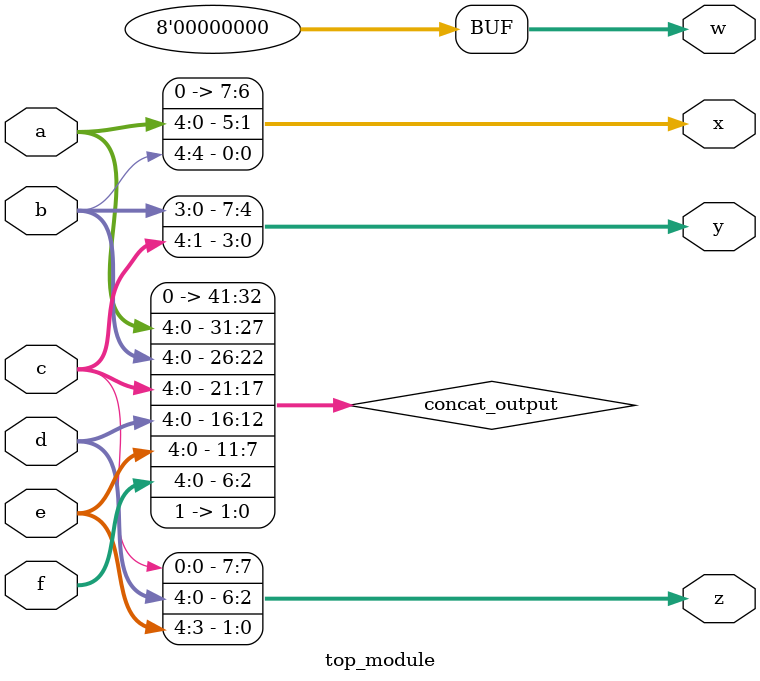
<source format=sv>
module top_module (
	input [4:0] a,
	input [4:0] b,
	input [4:0] c,
	input [4:0] d,
	input [4:0] e,
	input [4:0] f,
	output [7:0] w,
	output [7:0] x,
	output [7:0] y,
	output [7:0] z
);

	wire [41:0] concat_output;

	assign concat_output = {a, b, c, d, e, f, 2'b11};

	assign w = concat_output[41:34];
	assign x = concat_output[33:26];
	assign y = concat_output[25:18];
	assign z = concat_output[17:10];

endmodule

</source>
